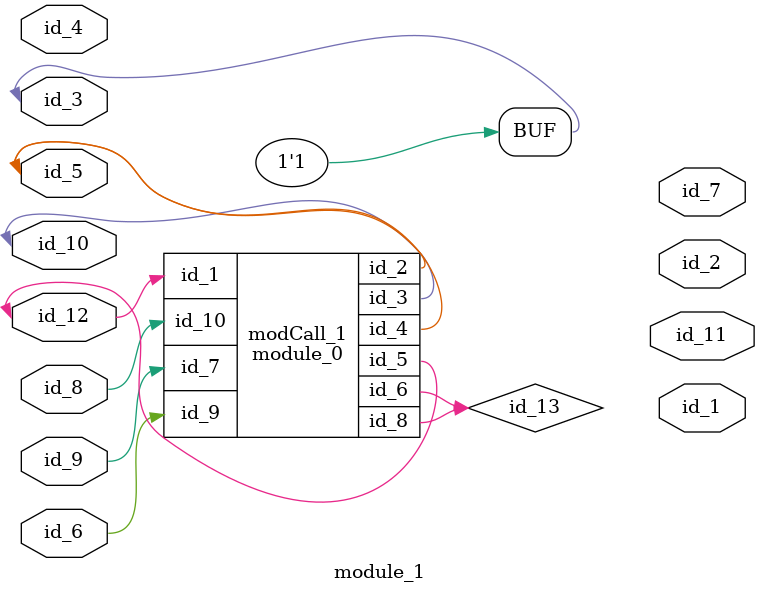
<source format=v>
module module_0 (
    id_1,
    id_2,
    id_3,
    id_4,
    id_5,
    id_6,
    id_7,
    id_8,
    id_9,
    id_10
);
  input wire id_10;
  input wire id_9;
  inout wire id_8;
  input wire id_7;
  inout wire id_6;
  output wire id_5;
  inout wire id_4;
  inout wire id_3;
  output wire id_2;
  input wire id_1;
  wire id_11;
  assign id_5 = id_3;
endmodule
module module_1 (
    id_1,
    id_2,
    id_3,
    id_4,
    id_5,
    id_6,
    id_7,
    id_8,
    id_9,
    id_10,
    id_11,
    id_12
);
  inout wire id_12;
  output wire id_11;
  inout wire id_10;
  inout wire id_9;
  input wire id_8;
  output wire id_7;
  inout wire id_6;
  inout wire id_5;
  inout wire id_4;
  inout wire id_3;
  output wire id_2;
  output wire id_1;
  assign id_3 = 1;
  wire id_13;
  module_0 modCall_1 (
      id_12,
      id_5,
      id_10,
      id_5,
      id_12,
      id_13,
      id_9,
      id_13,
      id_6,
      id_8
  );
endmodule

</source>
